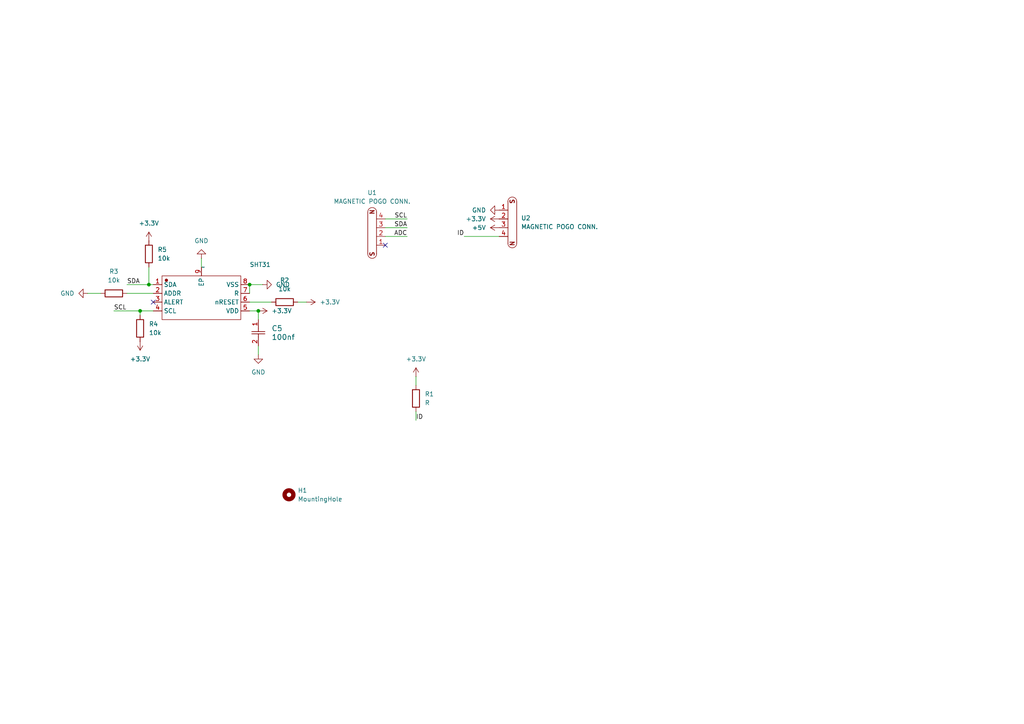
<source format=kicad_sch>
(kicad_sch (version 20250114) (generator "eeschema") (generator_version "9.0")
  (paper "A4")
  (lib_symbols
    (symbol "2026-01-23_05-30-51:C0603C104K5RACTU" (pin_names (offset 0.254))
      (property "Reference" "C" (at 3.81 3.81 0))
      (property "Value" "C0603C104K5RACTU" (at 3.81 -3.81 0))
      (symbol "C0603C104K5RACTU_1_1"
        (polyline (pts (xy 2.54 0) (xy 3.4798 0)) (stroke (width 0.2032)))
        (polyline (pts (xy 3.4798 -1.905) (xy 3.4798 1.905)) (stroke (width 0.2032)))
        (polyline (pts (xy 4.1148 0) (xy 5.08 0)) (stroke (width 0.2032)))
        (polyline (pts (xy 4.1148 -1.905) (xy 4.1148 1.905)) (stroke (width 0.2032)))
        (pin unspecified line (at 0 0 0) (length 2.54) (name "") (number "1"))
        (pin unspecified line (at 7.62 0 180) (length 2.54) (name "") (number "2"))
      )
      (symbol "C0603C104K5RACTU_1_2"
        (polyline (pts (xy -1.905 -3.4798) (xy 1.905 -3.4798)) (stroke (width 0.2032)))
        (polyline (pts (xy -1.905 -4.1148) (xy 1.905 -4.1148)) (stroke (width 0.2032)))
        (polyline (pts (xy 0 -2.54) (xy 0 -3.4798)) (stroke (width 0.2032)))
        (polyline (pts (xy 0 -4.1148) (xy 0 -5.08)) (stroke (width 0.2032)))
        (pin unspecified line (at 0 0 270) (length 2.54) (name "") (number "1"))
        (pin unspecified line (at 0 -7.62 90) (length 2.54) (name "") (number "2"))
      )
    )
    (symbol "Device:R" (pin_numbers (hide yes)) (pin_names (offset 0))
      (property "Reference" "R" (at 2.032 0 90))
      (property "Value" "R" (at 0 0 90))
      (symbol "R_0_1"
        (rectangle (start -1.016 -2.54) (end 1.016 2.54) (stroke (width 0.254)))
      )
      (symbol "R_1_1"
        (pin passive line (at 0 3.81 270) (length 1.27) (name "~") (number "1"))
        (pin passive line (at 0 -3.81 90) (length 1.27) (name "~") (number "2"))
      )
    )
    (symbol "Mechanical:MountingHole" (pin_names (offset 1.016)) (in_bom no)
      (property "Reference" "H" (at 0 5.08 0))
      (property "Value" "MountingHole" (at 0 3.175 0))
      (symbol "MountingHole_0_1"
        (circle (center 0 0) (radius 1.27) (stroke (width 1.27)))
      )
    )
    (symbol "SHT31-DIS-F2.5KS_2025-12-25-altium-import:root_0_SHT31-DIS-F2.5KS_"
      (symbol "root_0_SHT31-DIS-F2.5KS__1_0"
        (rectangle (start -11.43 5.08) (end 11.43 -7.62) (stroke (width 0) (color 136 0 0 1)))
        (circle (center -10.16 3.81) (radius 0.381) (stroke (width 0) (color 136 0 0 1)) (fill (type outline)))
        (pin passive line (at -13.97 2.54 0) (length 2.54) (name "SDA") (number "1"))
        (pin passive line (at -13.97 0 0) (length 2.54) (name "ADDR") (number "2"))
        (pin passive line (at -13.97 -2.54 0) (length 2.54) (name "ALERT") (number "3"))
        (pin passive line (at -13.97 -5.08 0) (length 2.54) (name "SCL") (number "4"))
        (pin passive line (at 0 7.62 270) (length 2.54) (name "EP") (number "9"))
        (pin passive line (at 13.97 2.54 180) (length 2.54) (name "VSS") (number "8"))
        (pin passive line (at 13.97 0 180) (length 2.54) (name "R") (number "7"))
        (pin passive line (at 13.97 -2.54 180) (length 2.54) (name "nRESET") (number "6"))
        (pin passive line (at 13.97 -5.08 180) (length 2.54) (name "VDD") (number "5"))
      )
    )
    (symbol "magnetic_pogo_conn.:MAGNETIC_POGO_CONN."
      (property "Reference" "U" (at 0.508 4.826 0))
      (property "Value" "MAGNETIC POGO CONN." (at 0.508 2.54 0))
      (symbol "MAGNETIC_POGO_CONN._1_1"
        (rectangle (start -5.08 1.2954) (end 7.112 1.27) (fill (type background)))
        (arc (start -5.08 -1.27) (mid -6.35 0) (end -5.08 1.27))
        (rectangle (start -5.08 -1.2446) (end 7.112 -1.27) (fill (type background)))
        (arc (start 7.112 1.27) (mid 8.382 0) (end 7.112 -1.27))
        (text "S" (at -5.08 0 0) (effects (font (size 1.27 1.27) (thickness 0.254) (bold yes))))
        (text "N" (at 7.112 0 0) (effects (font (size 1.27 1.27) (thickness 0.254) (bold yes))))
        (pin bidirectional line (at -2.54 -3.81 90) (length 2.54) (name "") (number "1"))
        (pin bidirectional line (at 0 -3.81 90) (length 2.54) (name "") (number "2"))
        (pin bidirectional line (at 2.54 -3.81 90) (length 2.54) (name "") (number "3"))
        (pin bidirectional line (at 5.08 -3.81 90) (length 2.54) (name "") (number "4"))
      )
    )
    (symbol "power:+3.3V" (power) (pin_numbers (hide yes)) (pin_names (offset 0) (hide yes))
      (property "Value" "+3.3V" (at 0 3.556 0))
      (symbol "+3.3V_0_1"
        (polyline (pts (xy -0.762 1.27) (xy 0 2.54)))
        (polyline (pts (xy 0 2.54) (xy 0.762 1.27)))
        (polyline (pts (xy 0 0) (xy 0 2.54)))
      )
      (symbol "+3.3V_1_1"
        (pin power_in line (at 0 0 90) (length 0) (name "~") (number "1"))
      )
    )
    (symbol "power:+5V" (power) (pin_numbers (hide yes)) (pin_names (offset 0) (hide yes))
      (property "Value" "+5V" (at 0 3.556 0))
      (symbol "+5V_0_1"
        (polyline (pts (xy -0.762 1.27) (xy 0 2.54)))
        (polyline (pts (xy 0 2.54) (xy 0.762 1.27)))
        (polyline (pts (xy 0 0) (xy 0 2.54)))
      )
      (symbol "+5V_1_1"
        (pin power_in line (at 0 0 90) (length 0) (name "~") (number "1"))
      )
    )
    (symbol "power:GND" (power) (pin_numbers (hide yes)) (pin_names (offset 0) (hide yes))
      (property "Value" "GND" (at 0 -3.81 0))
      (symbol "GND_0_1"
        (polyline (pts (xy 0 0) (xy 0 -1.27) (xy 1.27 -1.27) (xy 0 -2.54) (xy -1.27 -1.27) (xy 0 -1.27)))
      )
      (symbol "GND_1_1"
        (pin power_in line (at 0 0 270) (length 0) (name "~") (number "1"))
      )
    )
  )
  (junction (at 74.93 90.17))
  (junction (at 43.18 82.55))
  (junction (at 72.39 82.55))
  (junction (at 40.64 90.17))
  (no_connect (at 111.76 71.12))
  (no_connect (at 44.45 87.63))
  (wire (pts (xy 72.39 82.55) (xy 72.39 85.09)))
  (wire (pts (xy 40.64 90.17) (xy 40.64 91.44)))
  (wire (pts (xy 86.36 87.63) (xy 88.9 87.63)))
  (wire (pts (xy 118.11 66.04) (xy 111.76 66.04)))
  (wire (pts (xy 43.18 77.47) (xy 43.18 82.55)))
  (wire (pts (xy 25.4 85.09) (xy 29.21 85.09)))
  (wire (pts (xy 58.42 74.93) (xy 58.42 77.47)))
  (wire (pts (xy 74.93 100.33) (xy 74.93 102.87)))
  (wire (pts (xy 36.83 85.09) (xy 44.45 85.09)))
  (wire (pts (xy 72.39 90.17) (xy 74.93 90.17)))
  (wire (pts (xy 74.93 90.17) (xy 74.93 92.71)))
  (wire (pts (xy 72.39 82.55) (xy 76.2 82.55)))
  (wire (pts (xy 120.65 121.92) (xy 120.65 119.38)))
  (wire (pts (xy 134.62 68.58) (xy 144.78 68.58)))
  (wire (pts (xy 40.64 90.17) (xy 44.45 90.17)))
  (wire (pts (xy 72.39 87.63) (xy 78.74 87.63)))
  (wire (pts (xy 118.11 68.58) (xy 111.76 68.58)))
  (wire (pts (xy 120.65 109.22) (xy 120.65 111.76)))
  (wire (pts (xy 33.02 90.17) (xy 40.64 90.17)))
  (wire (pts (xy 118.11 63.5) (xy 111.76 63.5)))
  (wire (pts (xy 36.83 82.55) (xy 43.18 82.55)))
  (wire (pts (xy 43.18 82.55) (xy 44.45 82.55)))
  (label "ID" (at 134.62 68.58 180))
  (label "ADC" (at 118.11 68.58 180))
  (label "SCL" (at 33.02 90.17 0))
  (label "SCL" (at 118.11 63.5 180))
  (label "ID" (at 120.65 121.92 0))
  (label "SDA" (at 118.11 66.04 180))
  (label "SDA" (at 36.83 82.55 0))
  (symbol (lib_id "power:+3.3V") (at 74.93 90.17 270) (unit 1)
    (property "Reference" "#PWR03" (effects (hide yes)))
    (property "Value" "+3.3V" (at 78.74 90.1699 90) (effects (justify left)))
    (property "Description" "Power symbol creates a global label with name \"+3.3V\"" (effects (hide yes)))
  )
  (symbol (lib_id "Mechanical:MountingHole") (at 83.82 143.51 0) (unit 1) (in_bom no)
    (property "Reference" "H1" (at 86.36 142.2399 0) (effects (justify left)))
    (property "Value" "MountingHole" (at 86.36 144.7799 0) (effects (justify left)))
    (property "Footprint" "MountingHole:MountingHole_2.7mm_M2.5_Pad" (effects (hide yes)))
    (property "Description" "Mounting Hole without connection" (effects (hide yes)))
  )
  (symbol (lib_id "power:+3.3V") (at 43.18 69.85 0) (unit 1)
    (property "Reference" "#PWR011" (effects (hide yes)))
    (property "Value" "+3.3V" (at 43.18 64.77 0))
    (property "Description" "Power symbol creates a global label with name \"+3.3V\"" (effects (hide yes)))
  )
  (symbol (lib_id "magnetic_pogo_conn.:MAGNETIC_POGO_CONN.") (at 107.95 68.58 90) (unit 1)
    (property "Reference" "U1" (at 107.9373 55.88 90))
    (property "Value" "MAGNETIC POGO CONN." (at 107.9373 58.42 90))
    (property "Footprint" "batteryholder:MAGNETIC POGO CONN." (effects (hide yes)))
  )
  (symbol (lib_id "power:+3.3V") (at 144.78 63.5 90) (unit 1)
    (property "Reference" "#PWR010" (effects (hide yes)))
    (property "Value" "+3.3V" (at 140.97 63.4999 90) (effects (justify left)))
    (property "Description" "Power symbol creates a global label with name \"+3.3V\"" (effects (hide yes)))
  )
  (symbol (lib_id "power:+3.3V") (at 120.65 109.22 0) (unit 1)
    (property "Reference" "#PWR02" (effects (hide yes)))
    (property "Value" "+3.3V" (at 120.65 104.14 0))
    (property "Description" "Power symbol creates a global label with name \"+3.3V\"" (effects (hide yes)))
  )
  (symbol (lib_id "magnetic_pogo_conn.:MAGNETIC_POGO_CONN.") (at 148.59 63.5 270) (unit 1)
    (property "Reference" "U2" (at 151.13 63.2459 90) (effects (justify left)))
    (property "Value" "MAGNETIC POGO CONN." (at 151.13 65.7859 90) (effects (justify left)))
    (property "Footprint" "batteryholder:MAGNETIC POGO CONN." (effects (hide yes)))
  )
  (symbol (lib_id "2026-01-23_05-30-51:C0603C104K5RACTU") (at 74.93 92.71 270) (unit 1)
    (property "Reference" "C5" (at 78.74 95.2499 90) (effects (font (size 1.524 1.524)) (justify left)))
    (property "Value" "100nf" (at 78.74 97.7899 90) (effects (font (size 1.524 1.524)) (justify left)))
    (property "Footprint" "Capacitor_SMD:C_0805_2012Metric" (effects (hide yes)))
    (property "Datasheet" "https://content.kemet.com/datasheets/KEM_C1002_X7R_SMD.pdf" (effects (hide yes)))
  )
  (symbol (lib_id "Device:R") (at 43.18 73.66 180) (unit 1)
    (property "Reference" "R5" (at 45.72 72.3899 0) (effects (justify right)))
    (property "Value" "10k" (at 45.72 74.9299 0) (effects (justify right)))
    (property "Footprint" "Resistor_SMD:R_0805_2012Metric" (effects (hide yes)))
    (property "Description" "Resistor" (effects (hide yes)))
  )
  (symbol (lib_id "Device:R") (at 33.02 85.09 90) (unit 1)
    (property "Reference" "R3" (at 33.02 78.74 90))
    (property "Value" "10k" (at 33.02 81.28 90))
    (property "Footprint" "Resistor_SMD:R_0805_2012Metric" (effects (hide yes)))
    (property "Description" "Resistor" (effects (hide yes)))
  )
  (symbol (lib_id "power:GND") (at 74.93 102.87 0) (unit 1)
    (property "Reference" "#PWR07" (effects (hide yes)))
    (property "Value" "GND" (at 74.93 107.95 0))
    (property "Description" "Power symbol creates a global label with name \"GND\" , ground" (effects (hide yes)))
  )
  (symbol (lib_id "power:+3.3V") (at 40.64 99.06 180) (unit 1)
    (property "Reference" "#PWR09" (effects (hide yes)))
    (property "Value" "+3.3V" (at 40.64 104.14 0))
    (property "Description" "Power symbol creates a global label with name \"+3.3V\"" (effects (hide yes)))
  )
  (symbol (lib_id "power:GND") (at 58.42 74.93 180) (unit 1)
    (property "Reference" "#PWR04" (effects (hide yes)))
    (property "Value" "GND" (at 58.42 69.85 0))
    (property "Description" "Power symbol creates a global label with name \"GND\" , ground" (effects (hide yes)))
  )
  (symbol (lib_id "power:GND") (at 76.2 82.55 90) (unit 1)
    (property "Reference" "#PWR01" (effects (hide yes)))
    (property "Value" "GND" (at 80.01 82.5499 90) (effects (justify right)))
    (property "Description" "Power symbol creates a global label with name \"GND\" , ground" (effects (hide yes)))
  )
  (symbol (lib_id "power:+3.3V") (at 88.9 87.63 270) (unit 1)
    (property "Reference" "#PWR05" (effects (hide yes)))
    (property "Value" "+3.3V" (at 92.71 87.6299 90) (effects (justify left)))
    (property "Description" "Power symbol creates a global label with name \"+3.3V\"" (effects (hide yes)))
  )
  (symbol (lib_id "power:GND") (at 25.4 85.09 270) (unit 1)
    (property "Reference" "#PWR06" (effects (hide yes)))
    (property "Value" "GND" (at 21.59 85.0899 90) (effects (justify right)))
    (property "Description" "Power symbol creates a global label with name \"GND\" , ground" (effects (hide yes)))
  )
  (symbol (lib_id "Device:R") (at 40.64 95.25 180) (unit 1)
    (property "Reference" "R4" (at 43.18 93.9799 0) (effects (justify right)))
    (property "Value" "10k" (at 43.18 96.5199 0) (effects (justify right)))
    (property "Footprint" "Resistor_SMD:R_0805_2012Metric" (effects (hide yes)))
    (property "Description" "Resistor" (effects (hide yes)))
  )
  (symbol (lib_id "Device:R") (at 82.55 87.63 90) (unit 1)
    (property "Reference" "R2" (at 82.55 81.28 90))
    (property "Value" "10k" (at 82.55 83.82 90))
    (property "Footprint" "Resistor_SMD:R_0805_2012Metric" (effects (hide yes)))
    (property "Description" "Resistor" (effects (hide yes)))
  )
  (symbol (lib_id "power:GND") (at 144.78 60.96 270) (unit 1)
    (property "Reference" "#PWR08" (effects (hide yes)))
    (property "Value" "GND" (at 140.97 60.9599 90) (effects (justify right)))
    (property "Description" "Power symbol creates a global label with name \"GND\" , ground" (effects (hide yes)))
  )
  (symbol (lib_id "Device:R") (at 120.65 115.57 0) (unit 1)
    (property "Reference" "R1" (at 123.19 114.2999 0) (effects (justify left)))
    (property "Value" "R" (at 123.19 116.8399 0) (effects (justify left)))
    (property "Footprint" "Resistor_SMD:R_0805_2012Metric" (effects (hide yes)))
    (property "Description" "Resistor" (effects (hide yes)))
  )
  (symbol (lib_id "power:+5V") (at 144.78 66.04 90) (unit 1)
    (property "Reference" "#PWR013" (effects (hide yes)))
    (property "Value" "+5V" (at 140.97 66.0399 90) (effects (justify left)))
    (property "Description" "Power symbol creates a global label with name \"+5V\"" (effects (hide yes)))
  )
  (symbol (lib_id "SHT31-DIS-F2.5KS_2025-12-25-altium-import:root_0_SHT31-DIS-F2.5KS_") (at 58.42 85.09 0) (unit 1)
    (property "Reference" "SHT31" (at 72.39 77.47 0) (effects (justify left bottom)))
    (property "Value" "~" (at 58.42 77.47 0) (effects (justify left)))
    (property "Footprint" "batteryholder:sht31-footprint" (effects (hide yes)))
  )
)
</source>
